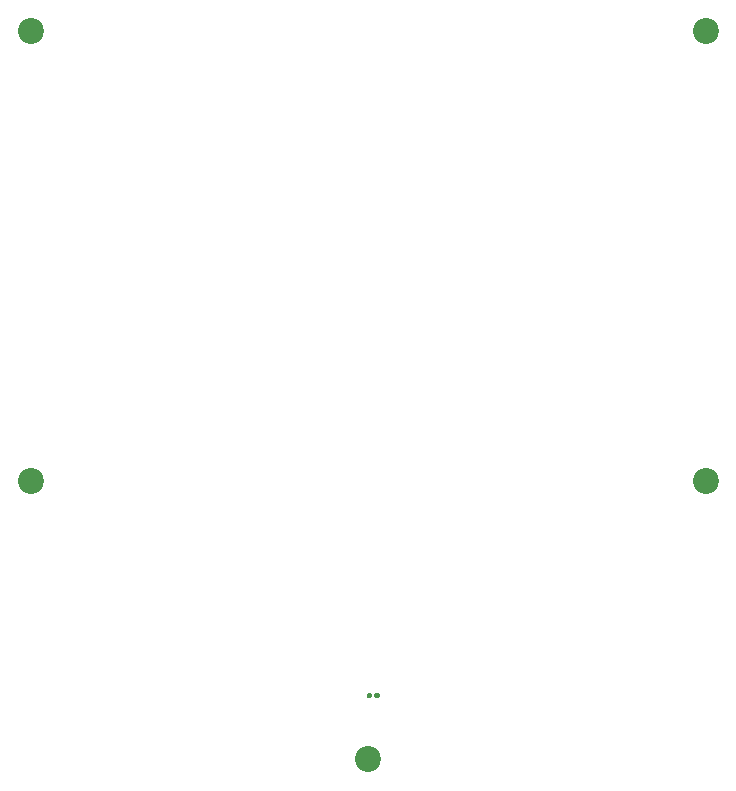
<source format=gbr>
G04 #@! TF.GenerationSoftware,KiCad,Pcbnew,(5.1.7)-1*
G04 #@! TF.CreationDate,2020-12-29T23:31:17-08:00*
G04 #@! TF.ProjectId,base,62617365-2e6b-4696-9361-645f70636258,rev?*
G04 #@! TF.SameCoordinates,Original*
G04 #@! TF.FileFunction,Soldermask,Bot*
G04 #@! TF.FilePolarity,Negative*
%FSLAX46Y46*%
G04 Gerber Fmt 4.6, Leading zero omitted, Abs format (unit mm)*
G04 Created by KiCad (PCBNEW (5.1.7)-1) date 2020-12-29 23:31:17*
%MOMM*%
%LPD*%
G01*
G04 APERTURE LIST*
%ADD10C,2.200000*%
G04 APERTURE END LIST*
G36*
G01*
X146240200Y-117624001D02*
X146240200Y-117424001D01*
G75*
G02*
X146340200Y-117324001I100000J0D01*
G01*
X146600200Y-117324001D01*
G75*
G02*
X146700200Y-117424001I0J-100000D01*
G01*
X146700200Y-117624001D01*
G75*
G02*
X146600200Y-117724001I-100000J0D01*
G01*
X146340200Y-117724001D01*
G75*
G02*
X146240200Y-117624001I0J100000D01*
G01*
G37*
G36*
G01*
X145600200Y-117624001D02*
X145600200Y-117424001D01*
G75*
G02*
X145700200Y-117324001I100000J0D01*
G01*
X145960200Y-117324001D01*
G75*
G02*
X146060200Y-117424001I0J-100000D01*
G01*
X146060200Y-117624001D01*
G75*
G02*
X145960200Y-117724001I-100000J0D01*
G01*
X145700200Y-117724001D01*
G75*
G02*
X145600200Y-117624001I0J100000D01*
G01*
G37*
D10*
X174300000Y-61275001D03*
X117150200Y-61275001D03*
X117150199Y-99375001D03*
X174300000Y-99375001D03*
X145750475Y-122899501D03*
M02*

</source>
